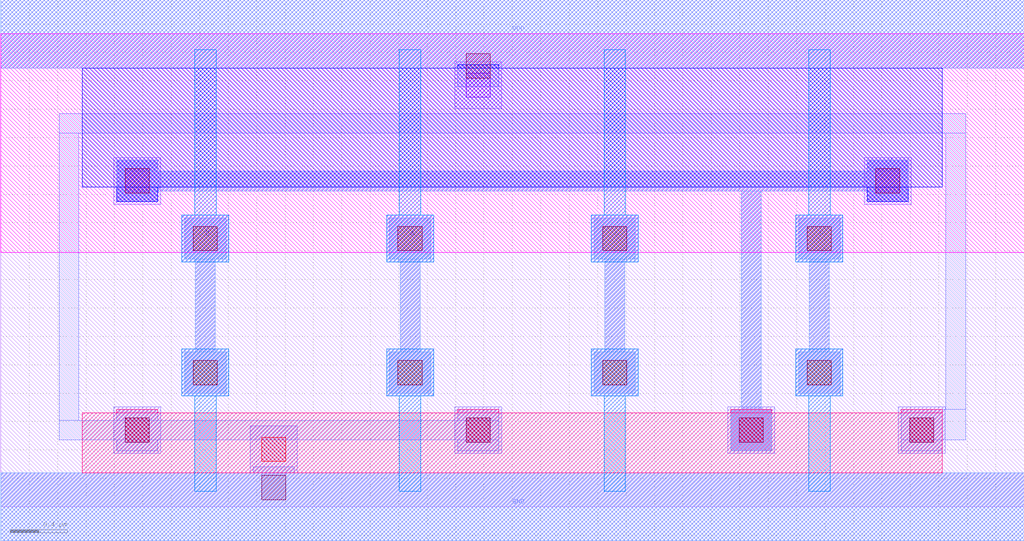
<source format=lef>
MACRO OAI22X1
 CLASS CORE ;
 FOREIGN OAI22X1 0 0 ;
 ORIGIN 0 0 ;
 SYMMETRY X Y R90 ;
 SITE UNIT ;
  PIN VDD
   DIRECTION INOUT ;
   USE SIGNAL ;
   SHAPE ABUTMENT ;
    PORT
     CLASS CORE ;
       LAYER metal2 ;
        RECT 0.00000000 3.09000000 7.20000000 3.57000000 ;
    END
  END VDD

  PIN GND
   DIRECTION INOUT ;
   USE SIGNAL ;
   SHAPE ABUTMENT ;
    PORT
     CLASS CORE ;
       LAYER metal2 ;
        RECT 0.00000000 -0.24000000 7.20000000 0.24000000 ;
    END
  END GND

  PIN Y
   DIRECTION INOUT ;
   USE SIGNAL ;
   SHAPE ABUTMENT ;
    PORT
     CLASS CORE ;
       LAYER metal2 ;
        RECT 5.13500000 0.39500000 5.42500000 0.68500000 ;
        RECT 0.81500000 2.15000000 1.10500000 2.22500000 ;
        RECT 5.21000000 0.68500000 5.35000000 2.22500000 ;
        RECT 6.09500000 2.15000000 6.38500000 2.22500000 ;
        RECT 0.81500000 2.22500000 6.38500000 2.36500000 ;
        RECT 0.81500000 2.36500000 1.10500000 2.44000000 ;
        RECT 6.09500000 2.36500000 6.38500000 2.44000000 ;
    END
  END Y

  PIN A
   DIRECTION INOUT ;
   USE SIGNAL ;
   SHAPE ABUTMENT ;
    PORT
     CLASS CORE ;
       LAYER metal2 ;
        RECT 2.73500000 0.80000000 3.02500000 1.09000000 ;
        RECT 2.81000000 1.09000000 2.95000000 1.74500000 ;
        RECT 2.73500000 1.74500000 3.02500000 2.03500000 ;
    END
  END A

  PIN B
   DIRECTION INOUT ;
   USE SIGNAL ;
   SHAPE ABUTMENT ;
    PORT
     CLASS CORE ;
       LAYER metal2 ;
        RECT 1.29500000 0.80000000 1.58500000 1.09000000 ;
        RECT 1.37000000 1.09000000 1.51000000 1.74500000 ;
        RECT 1.29500000 1.74500000 1.58500000 2.03500000 ;
    END
  END B

  PIN D
   DIRECTION INOUT ;
   USE SIGNAL ;
   SHAPE ABUTMENT ;
    PORT
     CLASS CORE ;
       LAYER metal2 ;
        RECT 5.61500000 0.80000000 5.90500000 1.09000000 ;
        RECT 5.69000000 1.09000000 5.83000000 1.74500000 ;
        RECT 5.61500000 1.74500000 5.90500000 2.03500000 ;
    END
  END D

  PIN C
   DIRECTION INOUT ;
   USE SIGNAL ;
   SHAPE ABUTMENT ;
    PORT
     CLASS CORE ;
       LAYER metal2 ;
        RECT 4.17500000 0.80000000 4.46500000 1.09000000 ;
        RECT 4.25000000 1.09000000 4.39000000 1.74500000 ;
        RECT 4.17500000 1.74500000 4.46500000 2.03500000 ;
    END
  END C

  OBS
   LAYER abutment_box ;
    RECT 0.00000000 0.00000000 7.20000000 3.33000000 ;
  END

  OBS
   LAYER metal1 ;
    RECT 1.83500000 0.05000000 2.00500000 0.24000000 ;
    RECT 1.75500000 0.24000000 2.08500000 0.57000000 ;
    RECT 0.79500000 0.37500000 1.12500000 0.70500000 ;
    RECT 3.19500000 0.37500000 3.52500000 0.70500000 ;
    RECT 5.11500000 0.37500000 5.44500000 0.70500000 ;
    RECT 6.31500000 0.37500000 6.64500000 0.70500000 ;
    RECT 1.27500000 0.78000000 1.60500000 1.11000000 ;
    RECT 2.71500000 0.78000000 3.04500000 1.11000000 ;
    RECT 4.15500000 0.78000000 4.48500000 1.11000000 ;
    RECT 5.59500000 0.78000000 5.92500000 1.11000000 ;
    RECT 1.27500000 1.72500000 1.60500000 2.05500000 ;
    RECT 2.71500000 1.72500000 3.04500000 2.05500000 ;
    RECT 4.15500000 1.72500000 4.48500000 2.05500000 ;
    RECT 5.59500000 1.72500000 5.92500000 2.05500000 ;
    RECT 0.79500000 2.13000000 1.12500000 2.46000000 ;
    RECT 6.07500000 2.13000000 6.40500000 2.46000000 ;
    RECT 3.19500000 2.80500000 3.52500000 3.13500000 ;
    RECT 3.27500000 3.13500000 3.44500000 3.19000000 ;
  END

  OBS
   LAYER metal1_label ;

  END

  OBS
   LAYER metal1_pin ;

  END

  OBS
   LAYER metal2 ;
    RECT 0.00000000 -0.24000000 7.20000000 0.24000000 ;
    RECT 1.77500000 0.24000000 2.06500000 0.28000000 ;
    RECT 1.29500000 0.80000000 1.58500000 1.09000000 ;
    RECT 1.37000000 1.09000000 1.51000000 1.74500000 ;
    RECT 1.29500000 1.74500000 1.58500000 2.03500000 ;
    RECT 2.73500000 0.80000000 3.02500000 1.09000000 ;
    RECT 2.81000000 1.09000000 2.95000000 1.74500000 ;
    RECT 2.73500000 1.74500000 3.02500000 2.03500000 ;
    RECT 4.17500000 0.80000000 4.46500000 1.09000000 ;
    RECT 4.25000000 1.09000000 4.39000000 1.74500000 ;
    RECT 4.17500000 1.74500000 4.46500000 2.03500000 ;
    RECT 5.61500000 0.80000000 5.90500000 1.09000000 ;
    RECT 5.69000000 1.09000000 5.83000000 1.74500000 ;
    RECT 5.61500000 1.74500000 5.90500000 2.03500000 ;
    RECT 5.13500000 0.39500000 5.42500000 0.68500000 ;
    RECT 0.81500000 2.15000000 1.10500000 2.22500000 ;
    RECT 5.21000000 0.68500000 5.35000000 2.22500000 ;
    RECT 6.09500000 2.15000000 6.38500000 2.22500000 ;
    RECT 0.81500000 2.22500000 6.38500000 2.36500000 ;
    RECT 0.81500000 2.36500000 1.10500000 2.44000000 ;
    RECT 6.09500000 2.36500000 6.38500000 2.44000000 ;
    RECT 0.81500000 0.39500000 1.10500000 0.47000000 ;
    RECT 3.21500000 0.39500000 3.50500000 0.47000000 ;
    RECT 6.33500000 0.39500000 6.62500000 0.47000000 ;
    RECT 0.41000000 0.47000000 3.50500000 0.61000000 ;
    RECT 0.81500000 0.61000000 1.10500000 0.68500000 ;
    RECT 3.21500000 0.61000000 3.50500000 0.68500000 ;
    RECT 6.33500000 0.47000000 6.79000000 0.68500000 ;
    RECT 0.41000000 0.61000000 0.55000000 2.63000000 ;
    RECT 6.65000000 0.68500000 6.79000000 2.63000000 ;
    RECT 0.41000000 2.63000000 6.79000000 2.77000000 ;
    RECT 3.21500000 2.96000000 3.50500000 3.09000000 ;
    RECT 0.00000000 3.09000000 7.20000000 3.57000000 ;
  END

  OBS
   LAYER metal2_label ;

  END

  OBS
   LAYER metal2_pin ;
    RECT 0.00000000 -0.24000000 7.20000000 0.24000000 ;
    RECT 1.29500000 0.80000000 1.58500000 1.09000000 ;
    RECT 1.37000000 1.09000000 1.51000000 1.74500000 ;
    RECT 1.29500000 1.74500000 1.58500000 2.03500000 ;
    RECT 2.73500000 0.80000000 3.02500000 1.09000000 ;
    RECT 2.81000000 1.09000000 2.95000000 1.74500000 ;
    RECT 2.73500000 1.74500000 3.02500000 2.03500000 ;
    RECT 4.17500000 0.80000000 4.46500000 1.09000000 ;
    RECT 4.25000000 1.09000000 4.39000000 1.74500000 ;
    RECT 4.17500000 1.74500000 4.46500000 2.03500000 ;
    RECT 5.61500000 0.80000000 5.90500000 1.09000000 ;
    RECT 5.69000000 1.09000000 5.83000000 1.74500000 ;
    RECT 5.61500000 1.74500000 5.90500000 2.03500000 ;
    RECT 5.13500000 0.39500000 5.42500000 0.68500000 ;
    RECT 0.81500000 2.15000000 1.10500000 2.22500000 ;
    RECT 5.21000000 0.68500000 5.35000000 2.22500000 ;
    RECT 6.09500000 2.15000000 6.38500000 2.22500000 ;
    RECT 0.81500000 2.22500000 6.38500000 2.36500000 ;
    RECT 0.81500000 2.36500000 1.10500000 2.44000000 ;
    RECT 6.09500000 2.36500000 6.38500000 2.44000000 ;
    RECT 0.00000000 3.09000000 7.20000000 3.57000000 ;
  END

  OBS
   LAYER ndiff_contact ;
    RECT 1.83500000 0.32000000 2.00500000 0.49000000 ;
    RECT 0.87500000 0.45500000 1.04500000 0.62500000 ;
    RECT 3.27500000 0.45500000 3.44500000 0.62500000 ;
    RECT 5.19500000 0.45500000 5.36500000 0.62500000 ;
    RECT 6.39500000 0.45500000 6.56500000 0.62500000 ;
  END

  OBS
   LAYER ndiffusion ;
    RECT 0.57500000 0.24000000 6.62500000 0.66000000 ;
    RECT 0.81500000 0.66000000 1.10500000 0.68500000 ;
    RECT 3.21500000 0.66000000 3.50500000 0.68500000 ;
    RECT 5.13500000 0.66000000 5.42500000 0.68500000 ;
    RECT 6.33500000 0.66000000 6.62500000 0.68500000 ;
  END

  OBS
   LAYER nplus ;

  END

  OBS
   LAYER nwell ;
    RECT 0.00000000 1.79000000 7.20000000 3.33000000 ;
  END

  OBS
   LAYER pdiff_contact ;
    RECT 0.87500000 2.21000000 1.04500000 2.38000000 ;
    RECT 6.15500000 2.21000000 6.32500000 2.38000000 ;
    RECT 3.27500000 2.88500000 3.44500000 3.05500000 ;
  END

  OBS
   LAYER pdiffusion ;
    RECT 0.81500000 2.15000000 1.10500000 2.25000000 ;
    RECT 6.09500000 2.15000000 6.38500000 2.25000000 ;
    RECT 0.57500000 2.25000000 6.62500000 3.09000000 ;
    RECT 3.21500000 3.09000000 3.50500000 3.11500000 ;
  END

  OBS
   LAYER poly ;
    RECT 1.36500000 0.11000000 1.51500000 0.78000000 ;
    RECT 1.27500000 0.78000000 1.60500000 1.11000000 ;
    RECT 2.80500000 0.11000000 2.95500000 0.78000000 ;
    RECT 2.71500000 0.78000000 3.04500000 1.11000000 ;
    RECT 4.24500000 0.11000000 4.39500000 0.78000000 ;
    RECT 4.15500000 0.78000000 4.48500000 1.11000000 ;
    RECT 5.68500000 0.11000000 5.83500000 0.78000000 ;
    RECT 5.59500000 0.78000000 5.92500000 1.11000000 ;
    RECT 1.27500000 1.72500000 1.60500000 2.05500000 ;
    RECT 1.36500000 2.05500000 1.51500000 3.22000000 ;
    RECT 2.71500000 1.72500000 3.04500000 2.05500000 ;
    RECT 2.80500000 2.05500000 2.95500000 3.22000000 ;
    RECT 4.15500000 1.72500000 4.48500000 2.05500000 ;
    RECT 4.24500000 2.05500000 4.39500000 3.22000000 ;
    RECT 5.59500000 1.72500000 5.92500000 2.05500000 ;
    RECT 5.68500000 2.05500000 5.83500000 3.22000000 ;
  END

  OBS
   LAYER poly_contact ;
    RECT 1.35500000 0.86000000 1.52500000 1.03000000 ;
    RECT 2.79500000 0.86000000 2.96500000 1.03000000 ;
    RECT 4.23500000 0.86000000 4.40500000 1.03000000 ;
    RECT 5.67500000 0.86000000 5.84500000 1.03000000 ;
    RECT 1.35500000 1.80500000 1.52500000 1.97500000 ;
    RECT 2.79500000 1.80500000 2.96500000 1.97500000 ;
    RECT 4.23500000 1.80500000 4.40500000 1.97500000 ;
    RECT 5.67500000 1.80500000 5.84500000 1.97500000 ;
  END

  OBS
   LAYER pplus ;

  END

  OBS
   LAYER via1 ;
    RECT 1.83500000 0.05000000 2.00500000 0.22000000 ;
    RECT 0.87500000 0.45500000 1.04500000 0.62500000 ;
    RECT 3.27500000 0.45500000 3.44500000 0.62500000 ;
    RECT 5.19500000 0.45500000 5.36500000 0.62500000 ;
    RECT 6.39500000 0.45500000 6.56500000 0.62500000 ;
    RECT 1.35500000 0.86000000 1.52500000 1.03000000 ;
    RECT 2.79500000 0.86000000 2.96500000 1.03000000 ;
    RECT 4.23500000 0.86000000 4.40500000 1.03000000 ;
    RECT 5.67500000 0.86000000 5.84500000 1.03000000 ;
    RECT 1.35500000 1.80500000 1.52500000 1.97500000 ;
    RECT 2.79500000 1.80500000 2.96500000 1.97500000 ;
    RECT 4.23500000 1.80500000 4.40500000 1.97500000 ;
    RECT 5.67500000 1.80500000 5.84500000 1.97500000 ;
    RECT 0.87500000 2.21000000 1.04500000 2.38000000 ;
    RECT 6.15500000 2.21000000 6.32500000 2.38000000 ;
    RECT 3.27500000 3.02000000 3.44500000 3.19000000 ;
  END

END OAI22X1

</source>
